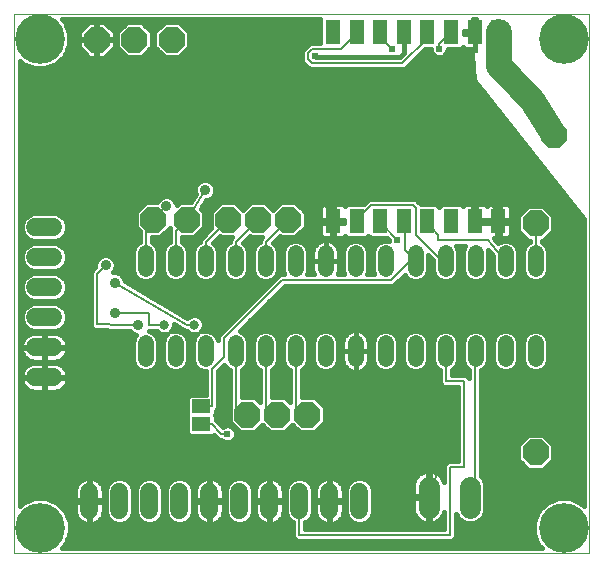
<source format=gtl>
G75*
G70*
%OFA0B0*%
%FSLAX24Y24*%
%IPPOS*%
%LPD*%
%AMOC8*
5,1,8,0,0,1.08239X$1,22.5*
%
%ADD10C,0.0000*%
%ADD11C,0.0705*%
%ADD12R,0.0512X0.0787*%
%ADD13OC8,0.0850*%
%ADD14C,0.0600*%
%ADD15C,0.0520*%
%ADD16R,0.0630X0.0460*%
%ADD17C,0.0160*%
%ADD18C,0.0080*%
%ADD19C,0.0240*%
%ADD20C,0.0356*%
%ADD21C,0.0860*%
%ADD22C,0.1660*%
%ADD23C,0.0317*%
D10*
X000219Y000180D02*
X000219Y018176D01*
X019377Y018176D01*
X019382Y018176D02*
X019382Y000180D01*
X019377Y000180D02*
X000219Y000180D01*
D11*
X014030Y001703D02*
X014030Y002408D01*
X015408Y002408D02*
X015408Y001703D01*
D12*
X015563Y011260D03*
X016350Y011260D03*
X014775Y011260D03*
X013988Y011260D03*
X013201Y011260D03*
X012413Y011260D03*
X011626Y011260D03*
X010838Y011260D03*
X010838Y017560D03*
X011626Y017560D03*
X012413Y017560D03*
X013201Y017560D03*
X013988Y017560D03*
X014775Y017560D03*
X015563Y017560D03*
X016350Y017560D03*
D13*
X018208Y014124D03*
X017594Y011180D03*
X009988Y004805D03*
X008988Y004805D03*
X007988Y004805D03*
X008344Y011305D03*
X007344Y011305D03*
X005969Y011305D03*
X004844Y011305D03*
X009344Y011305D03*
X005469Y017305D03*
X004219Y017305D03*
X002969Y017305D03*
X017594Y003555D03*
D14*
X011719Y002230D02*
X011719Y001630D01*
X010719Y001630D02*
X010719Y002230D01*
X009719Y002230D02*
X009719Y001630D01*
X008719Y001630D02*
X008719Y002230D01*
X007719Y002230D02*
X007719Y001630D01*
X006719Y001630D02*
X006719Y002230D01*
X005719Y002230D02*
X005719Y001630D01*
X004719Y001630D02*
X004719Y002230D01*
X003719Y002230D02*
X003719Y001630D01*
X002719Y001630D02*
X002719Y002230D01*
X001519Y006055D02*
X000919Y006055D01*
X000919Y007055D02*
X001519Y007055D01*
X001519Y008055D02*
X000919Y008055D01*
X000919Y009055D02*
X001519Y009055D01*
X001519Y010055D02*
X000919Y010055D01*
X000919Y011055D02*
X001519Y011055D01*
D15*
X004594Y010190D02*
X004594Y009670D01*
X005594Y009670D02*
X005594Y010190D01*
X006594Y010190D02*
X006594Y009670D01*
X007594Y009670D02*
X007594Y010190D01*
X008594Y010190D02*
X008594Y009670D01*
X009594Y009670D02*
X009594Y010190D01*
X010594Y010190D02*
X010594Y009670D01*
X011594Y009670D02*
X011594Y010190D01*
X012594Y010190D02*
X012594Y009670D01*
X013594Y009670D02*
X013594Y010190D01*
X014594Y010190D02*
X014594Y009670D01*
X015594Y009670D02*
X015594Y010190D01*
X016594Y010190D02*
X016594Y009670D01*
X017594Y009670D02*
X017594Y010190D01*
X017594Y007190D02*
X017594Y006670D01*
X016594Y006670D02*
X016594Y007190D01*
X015594Y007190D02*
X015594Y006670D01*
X014594Y006670D02*
X014594Y007190D01*
X013594Y007190D02*
X013594Y006670D01*
X012594Y006670D02*
X012594Y007190D01*
X011594Y007190D02*
X011594Y006670D01*
X010594Y006670D02*
X010594Y007190D01*
X009594Y007190D02*
X009594Y006670D01*
X008594Y006670D02*
X008594Y007190D01*
X007594Y007190D02*
X007594Y006670D01*
X006594Y006670D02*
X006594Y007190D01*
X005594Y007190D02*
X005594Y006670D01*
X004594Y006670D02*
X004594Y007190D01*
D16*
X006451Y005088D03*
X006451Y004488D03*
D17*
X005976Y004460D02*
X000399Y004460D01*
X000399Y004618D02*
X005976Y004618D01*
X005976Y004777D02*
X000399Y004777D01*
X000399Y004935D02*
X005976Y004935D01*
X005976Y004792D02*
X005979Y004788D01*
X005976Y004785D01*
X005976Y004192D01*
X006069Y004098D01*
X006832Y004098D01*
X006865Y004131D01*
X007027Y003970D01*
X007123Y003970D01*
X007161Y003933D01*
X007264Y003890D01*
X007375Y003890D01*
X007478Y003933D01*
X007557Y004011D01*
X007599Y004114D01*
X007599Y004226D01*
X007557Y004329D01*
X007478Y004407D01*
X007375Y004450D01*
X007264Y004450D01*
X007161Y004407D01*
X007158Y004404D01*
X006942Y004620D01*
X006926Y004637D01*
X006926Y004785D01*
X006922Y004788D01*
X006926Y004792D01*
X006926Y004933D01*
X006973Y004961D01*
X006980Y004988D01*
X007000Y005008D01*
X007000Y005037D01*
X007009Y005047D01*
X007009Y005105D01*
X007023Y005162D01*
X007009Y005185D01*
X007009Y006253D01*
X007014Y006262D01*
X007222Y006470D01*
X007238Y006432D01*
X007356Y006314D01*
X007399Y006296D01*
X007399Y004811D01*
X007398Y004730D01*
X007399Y004729D01*
X007399Y004727D01*
X007403Y004723D01*
X007403Y004563D01*
X007746Y004220D01*
X008230Y004220D01*
X008488Y004478D01*
X008746Y004220D01*
X009230Y004220D01*
X009488Y004478D01*
X009746Y004220D01*
X010230Y004220D01*
X010573Y004563D01*
X010573Y005047D01*
X010230Y005390D01*
X009799Y005390D01*
X009799Y006300D01*
X009832Y006314D01*
X009950Y006432D01*
X010014Y006586D01*
X010014Y007274D01*
X009950Y007428D01*
X009832Y007546D01*
X009678Y007610D01*
X009511Y007610D01*
X009356Y007546D01*
X009238Y007428D01*
X009174Y007274D01*
X009174Y006586D01*
X009238Y006432D01*
X009356Y006314D01*
X009399Y006296D01*
X009399Y005221D01*
X009230Y005390D01*
X008799Y005390D01*
X008799Y006300D01*
X008832Y006314D01*
X008950Y006432D01*
X009014Y006586D01*
X009014Y007274D01*
X008950Y007428D01*
X008832Y007546D01*
X008678Y007610D01*
X008511Y007610D01*
X008356Y007546D01*
X008238Y007428D01*
X008174Y007274D01*
X008174Y006586D01*
X008238Y006432D01*
X008356Y006314D01*
X008399Y006296D01*
X008399Y005221D01*
X008230Y005390D01*
X007799Y005390D01*
X007799Y006300D01*
X007832Y006314D01*
X007950Y006432D01*
X008014Y006586D01*
X008014Y007274D01*
X007950Y007428D01*
X007832Y007546D01*
X007730Y007588D01*
X009232Y009090D01*
X012852Y009090D01*
X013225Y009463D01*
X013238Y009432D01*
X013356Y009314D01*
X013511Y009250D01*
X013678Y009250D01*
X013832Y009314D01*
X013950Y009432D01*
X014014Y009586D01*
X014014Y010122D01*
X014174Y009962D01*
X014174Y009586D01*
X014238Y009432D01*
X014356Y009314D01*
X014511Y009250D01*
X014678Y009250D01*
X014832Y009314D01*
X014950Y009432D01*
X015014Y009586D01*
X015014Y010274D01*
X014954Y010419D01*
X015235Y010419D01*
X015174Y010274D01*
X015174Y009586D01*
X015238Y009432D01*
X015356Y009314D01*
X015511Y009250D01*
X015678Y009250D01*
X015832Y009314D01*
X015950Y009432D01*
X016014Y009586D01*
X016014Y010274D01*
X015998Y010312D01*
X016174Y010107D01*
X016174Y009586D01*
X016238Y009432D01*
X016356Y009314D01*
X016511Y009250D01*
X016678Y009250D01*
X016832Y009314D01*
X016950Y009432D01*
X017014Y009586D01*
X017014Y010274D01*
X016950Y010428D01*
X016832Y010546D01*
X016678Y010610D01*
X016511Y010610D01*
X016356Y010546D01*
X016339Y010529D01*
X016204Y010687D01*
X016302Y010687D01*
X016302Y011212D01*
X016398Y011212D01*
X016398Y010687D01*
X016630Y010687D01*
X016676Y010699D01*
X016717Y010723D01*
X016750Y010756D01*
X016774Y010797D01*
X016786Y010843D01*
X016786Y011212D01*
X016398Y011212D01*
X016398Y011308D01*
X016786Y011308D01*
X016786Y011678D01*
X016774Y011724D01*
X016750Y011765D01*
X016717Y011798D01*
X016676Y011822D01*
X016630Y011834D01*
X016398Y011834D01*
X016398Y011308D01*
X016302Y011308D01*
X016302Y011212D01*
X015999Y011212D01*
X015611Y011212D01*
X015611Y011308D01*
X016302Y011308D01*
X016302Y011834D01*
X016071Y011834D01*
X016025Y011822D01*
X015984Y011798D01*
X015957Y011771D01*
X015929Y011798D01*
X015888Y011822D01*
X015842Y011834D01*
X015611Y011834D01*
X015611Y011308D01*
X015515Y011308D01*
X015515Y011834D01*
X015283Y011834D01*
X015237Y011822D01*
X015196Y011798D01*
X015163Y011765D01*
X015157Y011755D01*
X015098Y011814D01*
X014453Y011814D01*
X014382Y011743D01*
X014310Y011814D01*
X013758Y011814D01*
X013692Y011880D01*
X013592Y011980D01*
X012027Y011980D01*
X011909Y011863D01*
X011861Y011814D01*
X011304Y011814D01*
X011244Y011755D01*
X011238Y011765D01*
X011205Y011798D01*
X011164Y011822D01*
X011118Y011834D01*
X010886Y011834D01*
X010886Y011308D01*
X010791Y011308D01*
X010791Y011212D01*
X010886Y011212D01*
X010886Y010687D01*
X011118Y010687D01*
X011164Y010699D01*
X011205Y010723D01*
X011238Y010756D01*
X011244Y010766D01*
X011304Y010707D01*
X011948Y010707D01*
X012020Y010778D01*
X012091Y010707D01*
X012640Y010707D01*
X012709Y010637D01*
X012709Y010597D01*
X012678Y010610D01*
X012511Y010610D01*
X012356Y010546D01*
X012238Y010428D01*
X012174Y010274D01*
X012174Y009586D01*
X012214Y009490D01*
X011974Y009490D01*
X012014Y009586D01*
X012014Y010274D01*
X011950Y010428D01*
X011832Y010546D01*
X011678Y010610D01*
X011511Y010610D01*
X011356Y010546D01*
X011238Y010428D01*
X011174Y010274D01*
X011174Y009586D01*
X011214Y009490D01*
X010996Y009490D01*
X011002Y009501D01*
X011024Y009567D01*
X011034Y009635D01*
X011034Y009930D01*
X011034Y010225D01*
X011024Y010293D01*
X011002Y010359D01*
X010971Y010421D01*
X010930Y010477D01*
X010881Y010526D01*
X010825Y010566D01*
X010763Y010598D01*
X010697Y010619D01*
X010629Y010630D01*
X010594Y010630D01*
X010560Y010630D01*
X010491Y010619D01*
X010425Y010598D01*
X010364Y010566D01*
X010308Y010526D01*
X010259Y010477D01*
X010218Y010421D01*
X010187Y010359D01*
X010165Y010293D01*
X010154Y010225D01*
X010154Y009930D01*
X010154Y009635D01*
X010165Y009567D01*
X010187Y009501D01*
X010192Y009490D01*
X009974Y009490D01*
X010014Y009586D01*
X010014Y010274D01*
X009950Y010428D01*
X009832Y010546D01*
X009678Y010610D01*
X009511Y010610D01*
X009356Y010546D01*
X009238Y010428D01*
X009174Y010274D01*
X009174Y009586D01*
X009214Y009490D01*
X009067Y009490D01*
X008949Y009373D01*
X007009Y007433D01*
X007009Y007286D01*
X006950Y007428D01*
X006832Y007546D01*
X006678Y007610D01*
X006511Y007610D01*
X006449Y007584D01*
X006489Y007625D01*
X006538Y007742D01*
X006538Y007868D01*
X006489Y007985D01*
X006400Y008075D01*
X006283Y008123D01*
X006156Y008123D01*
X006039Y008075D01*
X005989Y008025D01*
X003906Y009247D01*
X003906Y009281D01*
X003854Y009405D01*
X003759Y009500D01*
X003635Y009551D01*
X003504Y009551D01*
X003544Y009592D01*
X003596Y009716D01*
X003596Y009851D01*
X003544Y009975D01*
X003449Y010070D01*
X003325Y010121D01*
X003191Y010121D01*
X003066Y010070D01*
X002971Y009975D01*
X002920Y009851D01*
X002920Y009728D01*
X002875Y009683D01*
X002758Y009566D01*
X002758Y007825D01*
X002756Y007745D01*
X002758Y007743D01*
X002758Y007741D01*
X002815Y007683D01*
X002871Y007625D01*
X002873Y007625D01*
X002875Y007623D01*
X002956Y007623D01*
X003760Y007607D01*
X003762Y007605D01*
X003842Y007605D01*
X003923Y007603D01*
X003925Y007605D01*
X004062Y007605D01*
X004149Y007518D01*
X004273Y007467D01*
X004277Y007467D01*
X004238Y007428D01*
X004174Y007274D01*
X004174Y006586D01*
X004238Y006432D01*
X004356Y006314D01*
X004511Y006250D01*
X004678Y006250D01*
X004832Y006314D01*
X004950Y006432D01*
X005014Y006586D01*
X005014Y007274D01*
X004950Y007428D01*
X004832Y007546D01*
X004690Y007605D01*
X004969Y007605D01*
X005039Y007535D01*
X005156Y007487D01*
X005283Y007487D01*
X005307Y007497D01*
X005238Y007428D01*
X005174Y007274D01*
X005174Y006586D01*
X005238Y006432D01*
X005356Y006314D01*
X005511Y006250D01*
X005678Y006250D01*
X005832Y006314D01*
X005950Y006432D01*
X006014Y006586D01*
X006014Y007274D01*
X005950Y007428D01*
X005832Y007546D01*
X005678Y007610D01*
X005511Y007610D01*
X005449Y007584D01*
X005489Y007625D01*
X005538Y007742D01*
X005538Y007826D01*
X005846Y007645D01*
X005887Y007605D01*
X005915Y007605D01*
X005940Y007591D01*
X005974Y007600D01*
X006039Y007535D01*
X006156Y007487D01*
X006283Y007487D01*
X006307Y007497D01*
X006238Y007428D01*
X006174Y007274D01*
X006174Y006586D01*
X006238Y006432D01*
X006356Y006314D01*
X006511Y006250D01*
X006599Y006250D01*
X006599Y006247D01*
X006609Y006237D01*
X006609Y005478D01*
X006069Y005478D01*
X005976Y005385D01*
X005976Y004792D01*
X005976Y005094D02*
X000399Y005094D01*
X000399Y005252D02*
X005976Y005252D01*
X006002Y005411D02*
X000399Y005411D01*
X000399Y005569D02*
X006609Y005569D01*
X006609Y005728D02*
X001871Y005728D01*
X001885Y005742D02*
X001930Y005803D01*
X001964Y005871D01*
X001988Y005943D01*
X001999Y006017D01*
X001999Y006035D01*
X001239Y006035D01*
X001239Y005575D01*
X001557Y005575D01*
X001632Y005587D01*
X001704Y005610D01*
X001771Y005644D01*
X001832Y005689D01*
X001885Y005742D01*
X001969Y005886D02*
X006609Y005886D01*
X006609Y006045D02*
X001239Y006045D01*
X001239Y006035D02*
X001239Y006075D01*
X001199Y006075D01*
X001199Y006035D01*
X000439Y006035D01*
X000439Y006017D01*
X000451Y005943D01*
X000475Y005871D01*
X000509Y005803D01*
X000553Y005742D01*
X000607Y005689D01*
X000668Y005644D01*
X000735Y005610D01*
X000807Y005587D01*
X000882Y005575D01*
X001199Y005575D01*
X001199Y006035D01*
X001239Y006035D01*
X001239Y006075D02*
X001999Y006075D01*
X001999Y006093D01*
X001988Y006167D01*
X001964Y006239D01*
X001930Y006307D01*
X001885Y006368D01*
X001832Y006421D01*
X001771Y006466D01*
X001704Y006500D01*
X001632Y006523D01*
X001557Y006535D01*
X001239Y006535D01*
X001239Y006075D01*
X001199Y006075D02*
X001199Y006535D01*
X000882Y006535D01*
X000807Y006523D01*
X000735Y006500D01*
X000668Y006466D01*
X000607Y006421D01*
X000553Y006368D01*
X000509Y006307D01*
X000475Y006239D01*
X000451Y006167D01*
X000439Y006093D01*
X000439Y006075D01*
X001199Y006075D01*
X001199Y006045D02*
X000399Y006045D01*
X000399Y006203D02*
X000463Y006203D01*
X000399Y006362D02*
X000549Y006362D01*
X000399Y006520D02*
X000797Y006520D01*
X000807Y006587D02*
X000882Y006575D01*
X001199Y006575D01*
X001199Y007035D01*
X000439Y007035D01*
X000439Y007017D01*
X000451Y006943D01*
X000475Y006871D01*
X000509Y006803D01*
X000553Y006742D01*
X000607Y006689D01*
X000668Y006644D01*
X000735Y006610D01*
X000807Y006587D01*
X000621Y006679D02*
X000399Y006679D01*
X000399Y006837D02*
X000492Y006837D01*
X000443Y006996D02*
X000399Y006996D01*
X000439Y007075D02*
X001199Y007075D01*
X001199Y007035D01*
X001239Y007035D01*
X001239Y006575D01*
X001557Y006575D01*
X001632Y006587D01*
X001704Y006610D01*
X001771Y006644D01*
X001832Y006689D01*
X001885Y006742D01*
X001930Y006803D01*
X001964Y006871D01*
X001988Y006943D01*
X001999Y007017D01*
X001999Y007035D01*
X001239Y007035D01*
X001239Y007075D01*
X001199Y007075D01*
X001199Y007535D01*
X000882Y007535D01*
X000807Y007523D01*
X000735Y007500D01*
X000668Y007466D01*
X000607Y007421D01*
X000553Y007368D01*
X000509Y007307D01*
X000475Y007239D01*
X000451Y007167D01*
X000439Y007093D01*
X000439Y007075D01*
X000449Y007154D02*
X000399Y007154D01*
X000399Y007313D02*
X000513Y007313D01*
X000399Y007471D02*
X000679Y007471D01*
X000745Y007630D02*
X000399Y007630D01*
X000399Y007788D02*
X000536Y007788D01*
X000529Y007794D02*
X000659Y007665D01*
X000828Y007595D01*
X001611Y007595D01*
X001780Y007665D01*
X001909Y007794D01*
X001979Y007963D01*
X001979Y008146D01*
X001909Y008316D01*
X001780Y008445D01*
X001611Y008515D01*
X000828Y008515D01*
X000659Y008445D01*
X000529Y008316D01*
X000459Y008146D01*
X000459Y007963D01*
X000529Y007794D01*
X000466Y007947D02*
X000399Y007947D01*
X000399Y008105D02*
X000459Y008105D01*
X000508Y008264D02*
X000399Y008264D01*
X000399Y008422D02*
X000636Y008422D01*
X000659Y008665D02*
X000828Y008595D01*
X001611Y008595D01*
X001780Y008665D01*
X001909Y008794D01*
X001979Y008963D01*
X001979Y009146D01*
X001909Y009316D01*
X001780Y009445D01*
X001611Y009515D01*
X000828Y009515D01*
X000659Y009445D01*
X000529Y009316D01*
X000459Y009146D01*
X000459Y008963D01*
X000529Y008794D01*
X000659Y008665D01*
X000585Y008739D02*
X000399Y008739D01*
X000399Y008581D02*
X002758Y008581D01*
X002758Y008739D02*
X001854Y008739D01*
X001952Y008898D02*
X002758Y008898D01*
X002758Y009056D02*
X001979Y009056D01*
X001951Y009215D02*
X002758Y009215D01*
X002758Y009373D02*
X001852Y009373D01*
X001780Y009665D02*
X001611Y009595D01*
X000828Y009595D01*
X000659Y009665D01*
X000529Y009794D01*
X000459Y009963D01*
X000459Y010146D01*
X000529Y010316D01*
X000659Y010445D01*
X000828Y010515D01*
X001611Y010515D01*
X001780Y010445D01*
X001909Y010316D01*
X001979Y010146D01*
X001979Y009963D01*
X001909Y009794D01*
X001780Y009665D01*
X001805Y009690D02*
X002882Y009690D01*
X002920Y009849D02*
X001932Y009849D01*
X001979Y010007D02*
X003003Y010007D01*
X003512Y010007D02*
X004174Y010007D01*
X004174Y009849D02*
X003596Y009849D01*
X003585Y009690D02*
X004174Y009690D01*
X004174Y009586D02*
X004238Y009432D01*
X004356Y009314D01*
X004511Y009250D01*
X004678Y009250D01*
X004832Y009314D01*
X004950Y009432D01*
X005014Y009586D01*
X005014Y010274D01*
X004950Y010428D01*
X004832Y010546D01*
X004799Y010560D01*
X004799Y010720D01*
X005087Y010720D01*
X005407Y011040D01*
X005422Y011025D01*
X005399Y011003D01*
X005399Y010564D01*
X005356Y010546D01*
X005238Y010428D01*
X005174Y010274D01*
X005174Y009586D01*
X005238Y009432D01*
X005356Y009314D01*
X005511Y009250D01*
X005678Y009250D01*
X005832Y009314D01*
X005950Y009432D01*
X006014Y009586D01*
X006014Y010274D01*
X005950Y010428D01*
X005832Y010546D01*
X005799Y010560D01*
X005799Y010720D01*
X006212Y010720D01*
X006554Y011063D01*
X006554Y011547D01*
X006429Y011673D01*
X006601Y011952D01*
X006642Y011952D01*
X006766Y012003D01*
X006861Y012098D01*
X006912Y012223D01*
X006912Y012357D01*
X006861Y012482D01*
X006766Y012577D01*
X006642Y012628D01*
X006507Y012628D01*
X006383Y012577D01*
X006288Y012482D01*
X006236Y012357D01*
X006236Y012223D01*
X006261Y012163D01*
X006092Y011890D01*
X005727Y011890D01*
X005627Y011790D01*
X005627Y011817D01*
X005576Y011942D01*
X005481Y012037D01*
X005357Y012088D01*
X005222Y012088D01*
X005098Y012037D01*
X005003Y011942D01*
X004981Y011890D01*
X004602Y011890D01*
X004259Y011547D01*
X004259Y011063D01*
X004399Y010923D01*
X004399Y010564D01*
X004356Y010546D01*
X004238Y010428D01*
X004174Y010274D01*
X004174Y009586D01*
X004197Y009532D02*
X003683Y009532D01*
X003868Y009373D02*
X004297Y009373D01*
X004232Y009056D02*
X008633Y009056D01*
X008678Y009250D02*
X008511Y009250D01*
X008356Y009314D01*
X008238Y009432D01*
X008174Y009586D01*
X008174Y010274D01*
X008238Y010428D01*
X008356Y010546D01*
X008399Y010564D01*
X008399Y010643D01*
X008477Y010720D01*
X008102Y010720D01*
X008072Y010750D01*
X007850Y010528D01*
X007950Y010428D01*
X008014Y010274D01*
X008014Y009586D01*
X007950Y009432D01*
X007832Y009314D01*
X007678Y009250D01*
X007511Y009250D01*
X007356Y009314D01*
X007238Y009432D01*
X007174Y009586D01*
X007174Y010274D01*
X007238Y010428D01*
X007356Y010546D01*
X007399Y010564D01*
X007399Y010643D01*
X007477Y010720D01*
X007102Y010720D01*
X007072Y010750D01*
X006850Y010528D01*
X006950Y010428D01*
X007014Y010274D01*
X007014Y009586D01*
X006950Y009432D01*
X006832Y009314D01*
X006678Y009250D01*
X006511Y009250D01*
X006356Y009314D01*
X006238Y009432D01*
X006174Y009586D01*
X006174Y010274D01*
X006238Y010428D01*
X006356Y010546D01*
X006399Y010564D01*
X006399Y010643D01*
X006789Y011033D01*
X006759Y011063D01*
X006759Y011547D01*
X007102Y011890D01*
X007587Y011890D01*
X007844Y011632D01*
X008102Y011890D01*
X008587Y011890D01*
X008844Y011632D01*
X009102Y011890D01*
X009587Y011890D01*
X009929Y011547D01*
X009929Y011063D01*
X009587Y010720D01*
X009102Y010720D01*
X009072Y010750D01*
X008850Y010528D01*
X008950Y010428D01*
X009014Y010274D01*
X009014Y009586D01*
X008950Y009432D01*
X008832Y009314D01*
X008678Y009250D01*
X008791Y009215D02*
X003961Y009215D01*
X004502Y008898D02*
X008474Y008898D01*
X008316Y008739D02*
X004772Y008739D01*
X005042Y008581D02*
X008157Y008581D01*
X007999Y008422D02*
X005313Y008422D01*
X005583Y008264D02*
X007840Y008264D01*
X007682Y008105D02*
X006327Y008105D01*
X006112Y008105D02*
X005853Y008105D01*
X005603Y007788D02*
X005538Y007788D01*
X005491Y007630D02*
X005862Y007630D01*
X005907Y007471D02*
X006281Y007471D01*
X006191Y007313D02*
X005998Y007313D01*
X006014Y007154D02*
X006174Y007154D01*
X006174Y006996D02*
X006014Y006996D01*
X006014Y006837D02*
X006174Y006837D01*
X006174Y006679D02*
X006014Y006679D01*
X005987Y006520D02*
X006202Y006520D01*
X006309Y006362D02*
X005880Y006362D01*
X005309Y006362D02*
X004880Y006362D01*
X004987Y006520D02*
X005202Y006520D01*
X005174Y006679D02*
X005014Y006679D01*
X005014Y006837D02*
X005174Y006837D01*
X005174Y006996D02*
X005014Y006996D01*
X005014Y007154D02*
X005174Y007154D01*
X005191Y007313D02*
X004998Y007313D01*
X004907Y007471D02*
X005281Y007471D01*
X004263Y007471D02*
X001760Y007471D01*
X001771Y007466D02*
X001704Y007500D01*
X001632Y007523D01*
X001557Y007535D01*
X001239Y007535D01*
X001239Y007075D01*
X001999Y007075D01*
X001999Y007093D01*
X001988Y007167D01*
X001964Y007239D01*
X001930Y007307D01*
X001885Y007368D01*
X001832Y007421D01*
X001771Y007466D01*
X001694Y007630D02*
X002867Y007630D01*
X002757Y007788D02*
X001903Y007788D01*
X001972Y007947D02*
X002758Y007947D01*
X002758Y008105D02*
X001979Y008105D01*
X001931Y008264D02*
X002758Y008264D01*
X002758Y008422D02*
X001803Y008422D01*
X001239Y007471D02*
X001199Y007471D01*
X001199Y007313D02*
X001239Y007313D01*
X001239Y007154D02*
X001199Y007154D01*
X001199Y006996D02*
X001239Y006996D01*
X001239Y006837D02*
X001199Y006837D01*
X001199Y006679D02*
X001239Y006679D01*
X001239Y006520D02*
X001199Y006520D01*
X001199Y006362D02*
X001239Y006362D01*
X001239Y006203D02*
X001199Y006203D01*
X001199Y005886D02*
X001239Y005886D01*
X001239Y005728D02*
X001199Y005728D01*
X001890Y006362D02*
X004309Y006362D01*
X004202Y006520D02*
X001642Y006520D01*
X001818Y006679D02*
X004174Y006679D01*
X004174Y006837D02*
X001947Y006837D01*
X001996Y006996D02*
X004174Y006996D01*
X004174Y007154D02*
X001990Y007154D01*
X001926Y007313D02*
X004191Y007313D01*
X004891Y009373D02*
X005297Y009373D01*
X005197Y009532D02*
X004992Y009532D01*
X005014Y009690D02*
X005174Y009690D01*
X005174Y009849D02*
X005014Y009849D01*
X005014Y010007D02*
X005174Y010007D01*
X005174Y010166D02*
X005014Y010166D01*
X004993Y010324D02*
X005195Y010324D01*
X005293Y010483D02*
X004896Y010483D01*
X004799Y010641D02*
X005399Y010641D01*
X005399Y010800D02*
X005166Y010800D01*
X005325Y010958D02*
X005399Y010958D01*
X005799Y010641D02*
X006399Y010641D01*
X006293Y010483D02*
X005896Y010483D01*
X005993Y010324D02*
X006195Y010324D01*
X006174Y010166D02*
X006014Y010166D01*
X006014Y010007D02*
X006174Y010007D01*
X006174Y009849D02*
X006014Y009849D01*
X006014Y009690D02*
X006174Y009690D01*
X006197Y009532D02*
X005992Y009532D01*
X005891Y009373D02*
X006297Y009373D01*
X006891Y009373D02*
X007297Y009373D01*
X007197Y009532D02*
X006992Y009532D01*
X007014Y009690D02*
X007174Y009690D01*
X007174Y009849D02*
X007014Y009849D01*
X007014Y010007D02*
X007174Y010007D01*
X007174Y010166D02*
X007014Y010166D01*
X006993Y010324D02*
X007195Y010324D01*
X007293Y010483D02*
X006896Y010483D01*
X006963Y010641D02*
X007399Y010641D01*
X007896Y010483D02*
X008293Y010483D01*
X008195Y010324D02*
X007993Y010324D01*
X008014Y010166D02*
X008174Y010166D01*
X008174Y010007D02*
X008014Y010007D01*
X008014Y009849D02*
X008174Y009849D01*
X008174Y009690D02*
X008014Y009690D01*
X007992Y009532D02*
X008197Y009532D01*
X008297Y009373D02*
X007891Y009373D01*
X008723Y008581D02*
X019202Y008581D01*
X019202Y008739D02*
X008881Y008739D01*
X009040Y008898D02*
X019202Y008898D01*
X019202Y009056D02*
X009198Y009056D01*
X008950Y009373D02*
X008891Y009373D01*
X008992Y009532D02*
X009197Y009532D01*
X009174Y009690D02*
X009014Y009690D01*
X009014Y009849D02*
X009174Y009849D01*
X009174Y010007D02*
X009014Y010007D01*
X009014Y010166D02*
X009174Y010166D01*
X009195Y010324D02*
X008993Y010324D01*
X008896Y010483D02*
X009293Y010483D01*
X008963Y010641D02*
X012706Y010641D01*
X012293Y010483D02*
X011896Y010483D01*
X011993Y010324D02*
X012195Y010324D01*
X012174Y010166D02*
X012014Y010166D01*
X012014Y010007D02*
X012174Y010007D01*
X012174Y009849D02*
X012014Y009849D01*
X012014Y009690D02*
X012174Y009690D01*
X012197Y009532D02*
X011992Y009532D01*
X011197Y009532D02*
X011012Y009532D01*
X011034Y009690D02*
X011174Y009690D01*
X011174Y009849D02*
X011034Y009849D01*
X011034Y009930D02*
X010594Y009930D01*
X010154Y009930D01*
X010594Y009930D01*
X010594Y009930D01*
X010594Y010630D01*
X010594Y009930D01*
X010594Y009930D01*
X011034Y009930D01*
X011034Y010007D02*
X011174Y010007D01*
X011174Y010166D02*
X011034Y010166D01*
X011013Y010324D02*
X011195Y010324D01*
X011293Y010483D02*
X010924Y010483D01*
X010791Y010687D02*
X010559Y010687D01*
X010513Y010699D01*
X010472Y010723D01*
X010439Y010756D01*
X010415Y010797D01*
X010403Y010843D01*
X010403Y011212D01*
X010791Y011212D01*
X010791Y010687D01*
X010791Y010800D02*
X010886Y010800D01*
X010886Y010958D02*
X010791Y010958D01*
X010791Y011117D02*
X010886Y011117D01*
X010886Y011212D02*
X011210Y011212D01*
X011210Y011308D01*
X010886Y011308D01*
X010886Y011212D01*
X010886Y011275D02*
X011210Y011275D01*
X010886Y011434D02*
X010791Y011434D01*
X010791Y011308D02*
X010791Y011834D01*
X010559Y011834D01*
X010513Y011822D01*
X010472Y011798D01*
X010439Y011765D01*
X010415Y011724D01*
X010403Y011678D01*
X010403Y011308D01*
X010791Y011308D01*
X010791Y011275D02*
X009929Y011275D01*
X009929Y011117D02*
X010403Y011117D01*
X010403Y010958D02*
X009825Y010958D01*
X009666Y010800D02*
X010414Y010800D01*
X010265Y010483D02*
X009896Y010483D01*
X009993Y010324D02*
X010175Y010324D01*
X010154Y010166D02*
X010014Y010166D01*
X010014Y010007D02*
X010154Y010007D01*
X010154Y009849D02*
X010014Y009849D01*
X010014Y009690D02*
X010154Y009690D01*
X010177Y009532D02*
X009992Y009532D01*
X010594Y009930D02*
X010594Y009930D01*
X010594Y010007D02*
X010594Y010007D01*
X010594Y010166D02*
X010594Y010166D01*
X010594Y010324D02*
X010594Y010324D01*
X010594Y010483D02*
X010594Y010483D01*
X010709Y011230D02*
X010629Y011900D01*
X010791Y011751D02*
X010886Y011751D01*
X010886Y011592D02*
X010791Y011592D01*
X010430Y011751D02*
X009726Y011751D01*
X009885Y011592D02*
X010403Y011592D01*
X010403Y011434D02*
X009929Y011434D01*
X008963Y011751D02*
X008726Y011751D01*
X007963Y011751D02*
X007726Y011751D01*
X006963Y011751D02*
X006476Y011751D01*
X006510Y011592D02*
X006804Y011592D01*
X006759Y011434D02*
X006554Y011434D01*
X006554Y011275D02*
X006759Y011275D01*
X006759Y011117D02*
X006554Y011117D01*
X006450Y010958D02*
X006715Y010958D01*
X006556Y010800D02*
X006291Y010800D01*
X006104Y011909D02*
X005589Y011909D01*
X005406Y012068D02*
X006202Y012068D01*
X006236Y012226D02*
X000399Y012226D01*
X000399Y012068D02*
X005172Y012068D01*
X004989Y011909D02*
X000399Y011909D01*
X000399Y011751D02*
X004463Y011751D01*
X004304Y011592D02*
X000399Y011592D01*
X000399Y011434D02*
X000647Y011434D01*
X000659Y011445D02*
X000529Y011316D01*
X000459Y011146D01*
X000459Y010963D01*
X000529Y010794D01*
X000659Y010665D01*
X000828Y010595D01*
X001611Y010595D01*
X001780Y010665D01*
X001909Y010794D01*
X001979Y010963D01*
X001979Y011146D01*
X001909Y011316D01*
X001780Y011445D01*
X001611Y011515D01*
X000828Y011515D01*
X000659Y011445D01*
X000513Y011275D02*
X000399Y011275D01*
X000399Y011117D02*
X000459Y011117D01*
X000462Y010958D02*
X000399Y010958D01*
X000399Y010800D02*
X000527Y010800D01*
X000399Y010641D02*
X000717Y010641D01*
X000749Y010483D02*
X000399Y010483D01*
X000399Y010324D02*
X000538Y010324D01*
X000467Y010166D02*
X000399Y010166D01*
X000399Y010007D02*
X000459Y010007D01*
X000507Y009849D02*
X000399Y009849D01*
X000399Y009690D02*
X000634Y009690D01*
X000399Y009532D02*
X002758Y009532D01*
X001971Y010166D02*
X004174Y010166D01*
X004195Y010324D02*
X001901Y010324D01*
X001689Y010483D02*
X004293Y010483D01*
X004399Y010641D02*
X001722Y010641D01*
X001911Y010800D02*
X004399Y010800D01*
X004364Y010958D02*
X001977Y010958D01*
X001979Y011117D02*
X004259Y011117D01*
X004259Y011275D02*
X001926Y011275D01*
X001791Y011434D02*
X004259Y011434D01*
X006248Y012385D02*
X000399Y012385D01*
X000399Y012543D02*
X006349Y012543D01*
X006800Y012543D02*
X018238Y012543D01*
X018363Y012385D02*
X006901Y012385D01*
X006912Y012226D02*
X018488Y012226D01*
X018613Y012068D02*
X006830Y012068D01*
X006574Y011909D02*
X011956Y011909D01*
X013663Y011909D02*
X018738Y011909D01*
X018864Y011751D02*
X017851Y011751D01*
X017837Y011765D02*
X017352Y011765D01*
X017009Y011422D01*
X017009Y010938D01*
X017352Y010595D01*
X017399Y010595D01*
X017399Y010564D01*
X017356Y010546D01*
X017238Y010428D01*
X017174Y010274D01*
X017174Y009586D01*
X017238Y009432D01*
X017356Y009314D01*
X017511Y009250D01*
X017678Y009250D01*
X017832Y009314D01*
X017950Y009432D01*
X018014Y009586D01*
X018014Y010274D01*
X017950Y010428D01*
X017832Y010546D01*
X017799Y010560D01*
X017799Y010595D01*
X017837Y010595D01*
X018179Y010938D01*
X018179Y011422D01*
X017837Y011765D01*
X018010Y011592D02*
X018989Y011592D01*
X019114Y011434D02*
X018168Y011434D01*
X018179Y011275D02*
X019202Y011275D01*
X019202Y011322D02*
X019202Y001755D01*
X019088Y001869D01*
X018724Y002020D01*
X018330Y002020D01*
X017966Y001869D01*
X017688Y001591D01*
X017537Y001227D01*
X017537Y000833D01*
X017688Y000469D01*
X017797Y000360D01*
X001799Y000360D01*
X001909Y000469D01*
X002059Y000833D01*
X002059Y001227D01*
X001909Y001591D01*
X001630Y001869D01*
X001266Y002020D01*
X000872Y002020D01*
X000509Y001869D01*
X000399Y001760D01*
X000399Y016600D01*
X000499Y016501D01*
X000862Y016350D01*
X001256Y016350D01*
X001620Y016501D01*
X001899Y016779D01*
X002049Y017143D01*
X002049Y017537D01*
X001899Y017901D01*
X001803Y017996D01*
X010423Y017996D01*
X010423Y017200D01*
X010067Y017200D01*
X009927Y017060D01*
X009809Y016943D01*
X009809Y016577D01*
X009949Y016437D01*
X010067Y016320D01*
X013232Y016320D01*
X013918Y017006D01*
X014099Y017006D01*
X014099Y016954D01*
X014142Y016851D01*
X014221Y016773D01*
X014324Y016730D01*
X014435Y016730D01*
X014538Y016773D01*
X014617Y016851D01*
X014659Y016954D01*
X014659Y017006D01*
X015098Y017006D01*
X015157Y017065D01*
X015163Y017055D01*
X015196Y017022D01*
X015237Y016998D01*
X015283Y016986D01*
X015495Y016986D01*
X015475Y016814D01*
X015524Y015977D01*
X019202Y011322D01*
X019202Y011117D02*
X018179Y011117D01*
X018179Y010958D02*
X019202Y010958D01*
X019202Y010800D02*
X018041Y010800D01*
X017883Y010641D02*
X019202Y010641D01*
X019202Y010483D02*
X017896Y010483D01*
X017993Y010324D02*
X019202Y010324D01*
X019202Y010166D02*
X018014Y010166D01*
X018014Y010007D02*
X019202Y010007D01*
X019202Y009849D02*
X018014Y009849D01*
X018014Y009690D02*
X019202Y009690D01*
X019202Y009532D02*
X017992Y009532D01*
X017891Y009373D02*
X019202Y009373D01*
X019202Y009215D02*
X012977Y009215D01*
X013135Y009373D02*
X013297Y009373D01*
X013891Y009373D02*
X014297Y009373D01*
X014197Y009532D02*
X013992Y009532D01*
X014014Y009690D02*
X014174Y009690D01*
X014174Y009849D02*
X014014Y009849D01*
X014014Y010007D02*
X014130Y010007D01*
X014891Y009373D02*
X015297Y009373D01*
X015197Y009532D02*
X014992Y009532D01*
X015014Y009690D02*
X015174Y009690D01*
X015174Y009849D02*
X015014Y009849D01*
X015014Y010007D02*
X015174Y010007D01*
X015174Y010166D02*
X015014Y010166D01*
X014993Y010324D02*
X015195Y010324D01*
X016014Y010166D02*
X016124Y010166D01*
X016174Y010007D02*
X016014Y010007D01*
X016014Y009849D02*
X016174Y009849D01*
X016174Y009690D02*
X016014Y009690D01*
X015992Y009532D02*
X016197Y009532D01*
X016297Y009373D02*
X015891Y009373D01*
X016891Y009373D02*
X017297Y009373D01*
X017197Y009532D02*
X016992Y009532D01*
X017014Y009690D02*
X017174Y009690D01*
X017174Y009849D02*
X017014Y009849D01*
X017014Y010007D02*
X017174Y010007D01*
X017174Y010166D02*
X017014Y010166D01*
X016993Y010324D02*
X017195Y010324D01*
X017293Y010483D02*
X016896Y010483D01*
X016775Y010800D02*
X017148Y010800D01*
X017009Y010958D02*
X016786Y010958D01*
X016786Y011117D02*
X017009Y011117D01*
X017009Y011275D02*
X016398Y011275D01*
X016389Y011260D02*
X016184Y011885D01*
X016302Y011751D02*
X016398Y011751D01*
X016398Y011592D02*
X016302Y011592D01*
X016302Y011434D02*
X016398Y011434D01*
X016349Y011260D02*
X015569Y011260D01*
X015611Y011275D02*
X016302Y011275D01*
X016302Y011117D02*
X016398Y011117D01*
X016398Y010958D02*
X016302Y010958D01*
X016302Y010800D02*
X016398Y010800D01*
X016243Y010641D02*
X017306Y010641D01*
X017021Y011434D02*
X016786Y011434D01*
X016786Y011592D02*
X017179Y011592D01*
X017338Y011751D02*
X016758Y011751D01*
X015611Y011751D02*
X015515Y011751D01*
X015515Y011592D02*
X015611Y011592D01*
X015611Y011434D02*
X015515Y011434D01*
X014390Y011751D02*
X014374Y011751D01*
X016985Y014128D02*
X000399Y014128D01*
X000399Y013970D02*
X017111Y013970D01*
X017236Y013811D02*
X000399Y013811D01*
X000399Y013653D02*
X017361Y013653D01*
X017486Y013494D02*
X000399Y013494D01*
X000399Y013336D02*
X017611Y013336D01*
X017737Y013177D02*
X000399Y013177D01*
X000399Y013019D02*
X017862Y013019D01*
X017987Y012860D02*
X000399Y012860D01*
X000399Y012702D02*
X018112Y012702D01*
X016860Y014287D02*
X000399Y014287D01*
X000399Y014445D02*
X016735Y014445D01*
X016610Y014604D02*
X000399Y014604D01*
X000399Y014762D02*
X016485Y014762D01*
X016359Y014921D02*
X000399Y014921D01*
X000399Y015079D02*
X016234Y015079D01*
X016109Y015238D02*
X000399Y015238D01*
X000399Y015396D02*
X015984Y015396D01*
X015858Y015555D02*
X000399Y015555D01*
X000399Y015713D02*
X015733Y015713D01*
X015608Y015872D02*
X000399Y015872D01*
X000399Y016030D02*
X015521Y016030D01*
X015512Y016189D02*
X000399Y016189D01*
X000399Y016347D02*
X010040Y016347D01*
X009881Y016506D02*
X001625Y016506D01*
X001783Y016664D02*
X009809Y016664D01*
X009809Y016823D02*
X005814Y016823D01*
X005712Y016720D02*
X006054Y017063D01*
X006054Y017547D01*
X005712Y017890D01*
X005227Y017890D01*
X004884Y017547D01*
X004884Y017063D01*
X005227Y016720D01*
X005712Y016720D01*
X005973Y016981D02*
X009848Y016981D01*
X010006Y017140D02*
X006054Y017140D01*
X006054Y017298D02*
X010423Y017298D01*
X010423Y017457D02*
X006054Y017457D01*
X005987Y017615D02*
X010423Y017615D01*
X010423Y017774D02*
X005828Y017774D01*
X005111Y017774D02*
X004578Y017774D01*
X004462Y017890D02*
X003977Y017890D01*
X003634Y017547D01*
X003634Y017063D01*
X003977Y016720D01*
X004462Y016720D01*
X004804Y017063D01*
X004804Y017547D01*
X004462Y017890D01*
X004737Y017615D02*
X004952Y017615D01*
X004884Y017457D02*
X004804Y017457D01*
X004804Y017298D02*
X004884Y017298D01*
X004884Y017140D02*
X004804Y017140D01*
X004723Y016981D02*
X004966Y016981D01*
X005125Y016823D02*
X004564Y016823D01*
X003875Y016823D02*
X003342Y016823D01*
X003220Y016700D02*
X003574Y017054D01*
X003574Y017285D01*
X002989Y017285D01*
X002989Y016700D01*
X003220Y016700D01*
X002989Y016823D02*
X002949Y016823D01*
X002949Y016700D02*
X002949Y017285D01*
X002364Y017285D01*
X002364Y017054D01*
X002719Y016700D01*
X002949Y016700D01*
X002949Y016981D02*
X002989Y016981D01*
X002989Y017140D02*
X002949Y017140D01*
X002949Y017285D02*
X002989Y017285D01*
X002989Y017325D01*
X002949Y017325D01*
X002949Y017285D01*
X002949Y017298D02*
X002049Y017298D01*
X002048Y017140D02*
X002364Y017140D01*
X002438Y016981D02*
X001982Y016981D01*
X001917Y016823D02*
X002596Y016823D01*
X002989Y017298D02*
X003634Y017298D01*
X003574Y017325D02*
X003574Y017556D01*
X003220Y017910D01*
X002989Y017910D01*
X002989Y017325D01*
X003574Y017325D01*
X003574Y017457D02*
X003634Y017457D01*
X003702Y017615D02*
X003515Y017615D01*
X003356Y017774D02*
X003861Y017774D01*
X003634Y017140D02*
X003574Y017140D01*
X003501Y016981D02*
X003716Y016981D01*
X002949Y017325D02*
X002949Y017910D01*
X002719Y017910D01*
X002364Y017556D01*
X002364Y017325D01*
X002949Y017325D01*
X002949Y017457D02*
X002989Y017457D01*
X002989Y017615D02*
X002949Y017615D01*
X002949Y017774D02*
X002989Y017774D01*
X002582Y017774D02*
X001951Y017774D01*
X002017Y017615D02*
X002424Y017615D01*
X002364Y017457D02*
X002049Y017457D01*
X001867Y017932D02*
X010423Y017932D01*
X010289Y016720D02*
X013059Y016720D01*
X013199Y016860D01*
X013199Y017550D01*
X013893Y016981D02*
X014099Y016981D01*
X014171Y016823D02*
X013735Y016823D01*
X013576Y016664D02*
X015484Y016664D01*
X015476Y016823D02*
X014588Y016823D01*
X014659Y016981D02*
X015495Y016981D01*
X015569Y016960D02*
X015569Y017520D01*
X015515Y017512D02*
X015191Y017512D01*
X015191Y017608D01*
X015515Y017608D01*
X015515Y017996D01*
X015611Y017996D01*
X015611Y017989D01*
X015567Y017608D01*
X015515Y017608D01*
X015515Y017512D01*
X015515Y017615D02*
X015568Y017615D01*
X015586Y017774D02*
X015515Y017774D01*
X015515Y017932D02*
X015604Y017932D01*
X015493Y016506D02*
X013418Y016506D01*
X013259Y016347D02*
X015503Y016347D01*
X008399Y010641D02*
X007963Y010641D01*
X008564Y008422D02*
X019202Y008422D01*
X019202Y008264D02*
X008406Y008264D01*
X008247Y008105D02*
X019202Y008105D01*
X019202Y007947D02*
X008089Y007947D01*
X007930Y007788D02*
X019202Y007788D01*
X019202Y007630D02*
X011632Y007630D01*
X011629Y007630D02*
X011697Y007619D01*
X011763Y007598D01*
X011825Y007566D01*
X011881Y007526D01*
X011930Y007477D01*
X011971Y007421D01*
X012002Y007359D01*
X012024Y007293D01*
X012034Y007225D01*
X012034Y006930D01*
X011594Y006930D01*
X011154Y006930D01*
X011154Y006635D01*
X011165Y006567D01*
X011187Y006501D01*
X011218Y006439D01*
X011259Y006383D01*
X011308Y006334D01*
X011364Y006294D01*
X011425Y006262D01*
X011491Y006241D01*
X011560Y006230D01*
X011594Y006230D01*
X011594Y006930D01*
X011594Y006930D01*
X011154Y006930D01*
X011154Y007225D01*
X011165Y007293D01*
X011187Y007359D01*
X011218Y007421D01*
X011259Y007477D01*
X011308Y007526D01*
X011364Y007566D01*
X011425Y007598D01*
X011491Y007619D01*
X011560Y007630D01*
X011594Y007630D01*
X011594Y006930D01*
X011594Y006930D01*
X011594Y006930D01*
X011594Y006230D01*
X011629Y006230D01*
X011697Y006241D01*
X011763Y006262D01*
X011825Y006294D01*
X011881Y006334D01*
X011930Y006383D01*
X011971Y006439D01*
X012002Y006501D01*
X012024Y006567D01*
X012034Y006635D01*
X012034Y006930D01*
X011594Y006930D01*
X011594Y007630D01*
X011629Y007630D01*
X011594Y007630D02*
X011594Y007630D01*
X011557Y007630D02*
X007772Y007630D01*
X007907Y007471D02*
X008281Y007471D01*
X008191Y007313D02*
X007998Y007313D01*
X008014Y007154D02*
X008174Y007154D01*
X008174Y006996D02*
X008014Y006996D01*
X008014Y006837D02*
X008174Y006837D01*
X008174Y006679D02*
X008014Y006679D01*
X007987Y006520D02*
X008202Y006520D01*
X008309Y006362D02*
X007880Y006362D01*
X007799Y006203D02*
X008399Y006203D01*
X008399Y006045D02*
X007799Y006045D01*
X007799Y005886D02*
X008399Y005886D01*
X008399Y005728D02*
X007799Y005728D01*
X007799Y005569D02*
X008399Y005569D01*
X008399Y005411D02*
X007799Y005411D01*
X007399Y005411D02*
X007009Y005411D01*
X007009Y005569D02*
X007399Y005569D01*
X007399Y005728D02*
X007009Y005728D01*
X007009Y005886D02*
X007399Y005886D01*
X007399Y006045D02*
X007009Y006045D01*
X007009Y006203D02*
X007399Y006203D01*
X007309Y006362D02*
X007114Y006362D01*
X006609Y006203D02*
X001976Y006203D01*
X000568Y005728D02*
X000399Y005728D01*
X000399Y005886D02*
X000470Y005886D01*
X000399Y004301D02*
X005976Y004301D01*
X006025Y004143D02*
X000399Y004143D01*
X000399Y003984D02*
X007013Y003984D01*
X007103Y004460D02*
X007506Y004460D01*
X007568Y004301D02*
X007665Y004301D01*
X007599Y004143D02*
X015019Y004143D01*
X015019Y004301D02*
X010311Y004301D01*
X010470Y004460D02*
X015019Y004460D01*
X015019Y004618D02*
X010573Y004618D01*
X010573Y004777D02*
X015019Y004777D01*
X015019Y004935D02*
X010573Y004935D01*
X010527Y005094D02*
X015019Y005094D01*
X015019Y005252D02*
X010368Y005252D01*
X009799Y005411D02*
X015019Y005411D01*
X015019Y005569D02*
X009799Y005569D01*
X009799Y005728D02*
X015019Y005728D01*
X015019Y005730D02*
X015019Y003255D01*
X014659Y003255D01*
X014542Y003138D01*
X014542Y002556D01*
X014524Y002612D01*
X014486Y002687D01*
X014437Y002754D01*
X014377Y002814D01*
X014309Y002863D01*
X014235Y002901D01*
X014155Y002927D01*
X014072Y002940D01*
X014068Y002940D01*
X014068Y002093D01*
X013993Y002093D01*
X013993Y002940D01*
X013988Y002940D01*
X013906Y002927D01*
X013826Y002901D01*
X013751Y002863D01*
X013683Y002814D01*
X013624Y002754D01*
X013575Y002687D01*
X013537Y002612D01*
X013511Y002532D01*
X013498Y002449D01*
X013498Y002093D01*
X013993Y002093D01*
X013993Y002017D01*
X014068Y002017D01*
X014068Y001170D01*
X014072Y001170D01*
X014155Y001183D01*
X014235Y001209D01*
X014309Y001247D01*
X014377Y001296D01*
X014437Y001356D01*
X014486Y001423D01*
X014524Y001498D01*
X014542Y001554D01*
X014542Y001005D01*
X009919Y001005D01*
X009919Y001215D01*
X009980Y001240D01*
X010109Y001369D01*
X010179Y001538D01*
X010179Y002321D01*
X010109Y002491D01*
X009980Y002620D01*
X009811Y002690D01*
X009628Y002690D01*
X009459Y002620D01*
X009329Y002491D01*
X009259Y002321D01*
X009259Y001538D01*
X009329Y001369D01*
X009459Y001240D01*
X009519Y001215D01*
X009519Y000722D01*
X009637Y000605D01*
X014825Y000605D01*
X014942Y000722D01*
X014942Y001489D01*
X014974Y001412D01*
X015118Y001268D01*
X015306Y001190D01*
X015510Y001190D01*
X015699Y001268D01*
X015843Y001412D01*
X015921Y001601D01*
X015921Y002509D01*
X015843Y002698D01*
X015789Y002751D01*
X015789Y006296D01*
X015832Y006314D01*
X015950Y006432D01*
X016014Y006586D01*
X016014Y007274D01*
X015950Y007428D01*
X015832Y007546D01*
X015678Y007610D01*
X015511Y007610D01*
X015356Y007546D01*
X015238Y007428D01*
X015174Y007274D01*
X015174Y006586D01*
X015238Y006432D01*
X015356Y006314D01*
X015389Y006300D01*
X015389Y006043D01*
X015302Y006130D01*
X014794Y006130D01*
X014794Y006298D01*
X014832Y006314D01*
X014950Y006432D01*
X015014Y006586D01*
X015014Y007274D01*
X014950Y007428D01*
X014832Y007546D01*
X014678Y007610D01*
X014511Y007610D01*
X014356Y007546D01*
X014238Y007428D01*
X014174Y007274D01*
X014174Y006586D01*
X014238Y006432D01*
X014356Y006314D01*
X014394Y006298D01*
X014394Y005847D01*
X014512Y005730D01*
X015019Y005730D01*
X015388Y006045D02*
X015389Y006045D01*
X015389Y006203D02*
X014794Y006203D01*
X014880Y006362D02*
X015309Y006362D01*
X015202Y006520D02*
X014987Y006520D01*
X015014Y006679D02*
X015174Y006679D01*
X015174Y006837D02*
X015014Y006837D01*
X015014Y006996D02*
X015174Y006996D01*
X015174Y007154D02*
X015014Y007154D01*
X014998Y007313D02*
X015191Y007313D01*
X015281Y007471D02*
X014907Y007471D01*
X014281Y007471D02*
X013907Y007471D01*
X013950Y007428D02*
X013832Y007546D01*
X013678Y007610D01*
X013511Y007610D01*
X013356Y007546D01*
X013238Y007428D01*
X013174Y007274D01*
X013174Y006586D01*
X013238Y006432D01*
X013356Y006314D01*
X013511Y006250D01*
X013678Y006250D01*
X013832Y006314D01*
X013950Y006432D01*
X014014Y006586D01*
X014014Y007274D01*
X013950Y007428D01*
X013998Y007313D02*
X014191Y007313D01*
X014174Y007154D02*
X014014Y007154D01*
X014014Y006996D02*
X014174Y006996D01*
X014174Y006837D02*
X014014Y006837D01*
X014014Y006679D02*
X014174Y006679D01*
X014202Y006520D02*
X013987Y006520D01*
X013880Y006362D02*
X014309Y006362D01*
X014394Y006203D02*
X009799Y006203D01*
X009799Y006045D02*
X014394Y006045D01*
X014394Y005886D02*
X009799Y005886D01*
X009399Y005886D02*
X008799Y005886D01*
X008799Y005728D02*
X009399Y005728D01*
X009399Y005569D02*
X008799Y005569D01*
X008799Y005411D02*
X009399Y005411D01*
X009399Y005252D02*
X009368Y005252D01*
X009399Y006045D02*
X008799Y006045D01*
X008799Y006203D02*
X009399Y006203D01*
X009309Y006362D02*
X008880Y006362D01*
X008987Y006520D02*
X009202Y006520D01*
X009174Y006679D02*
X009014Y006679D01*
X009014Y006837D02*
X009174Y006837D01*
X009174Y006996D02*
X009014Y006996D01*
X009014Y007154D02*
X009174Y007154D01*
X009191Y007313D02*
X008998Y007313D01*
X008907Y007471D02*
X009281Y007471D01*
X009907Y007471D02*
X010281Y007471D01*
X010238Y007428D02*
X010174Y007274D01*
X010174Y006586D01*
X010238Y006432D01*
X010356Y006314D01*
X010511Y006250D01*
X010678Y006250D01*
X010832Y006314D01*
X010950Y006432D01*
X011014Y006586D01*
X011014Y007274D01*
X010950Y007428D01*
X010832Y007546D01*
X010678Y007610D01*
X010511Y007610D01*
X010356Y007546D01*
X010238Y007428D01*
X010191Y007313D02*
X009998Y007313D01*
X010014Y007154D02*
X010174Y007154D01*
X010174Y006996D02*
X010014Y006996D01*
X010014Y006837D02*
X010174Y006837D01*
X010174Y006679D02*
X010014Y006679D01*
X009987Y006520D02*
X010202Y006520D01*
X010309Y006362D02*
X009880Y006362D01*
X010880Y006362D02*
X011281Y006362D01*
X011180Y006520D02*
X010987Y006520D01*
X011014Y006679D02*
X011154Y006679D01*
X011154Y006837D02*
X011014Y006837D01*
X011014Y006996D02*
X011154Y006996D01*
X011154Y007154D02*
X011014Y007154D01*
X010998Y007313D02*
X011172Y007313D01*
X011255Y007471D02*
X010907Y007471D01*
X011594Y007471D02*
X011594Y007471D01*
X011594Y007313D02*
X011594Y007313D01*
X011594Y007154D02*
X011594Y007154D01*
X011594Y006996D02*
X011594Y006996D01*
X011594Y006930D02*
X011594Y006930D01*
X011594Y006837D02*
X011594Y006837D01*
X011594Y006679D02*
X011594Y006679D01*
X011594Y006520D02*
X011594Y006520D01*
X011594Y006362D02*
X011594Y006362D01*
X011908Y006362D02*
X012309Y006362D01*
X012356Y006314D02*
X012511Y006250D01*
X012678Y006250D01*
X012832Y006314D01*
X012950Y006432D01*
X013014Y006586D01*
X013014Y007274D01*
X012950Y007428D01*
X012832Y007546D01*
X012678Y007610D01*
X012511Y007610D01*
X012356Y007546D01*
X012238Y007428D01*
X012174Y007274D01*
X012174Y006586D01*
X012238Y006432D01*
X012356Y006314D01*
X012202Y006520D02*
X012008Y006520D01*
X012034Y006679D02*
X012174Y006679D01*
X012174Y006837D02*
X012034Y006837D01*
X012034Y006996D02*
X012174Y006996D01*
X012174Y007154D02*
X012034Y007154D01*
X012017Y007313D02*
X012191Y007313D01*
X012281Y007471D02*
X011934Y007471D01*
X012907Y007471D02*
X013281Y007471D01*
X013191Y007313D02*
X012998Y007313D01*
X013014Y007154D02*
X013174Y007154D01*
X013174Y006996D02*
X013014Y006996D01*
X013014Y006837D02*
X013174Y006837D01*
X013174Y006679D02*
X013014Y006679D01*
X012987Y006520D02*
X013202Y006520D01*
X013309Y006362D02*
X012880Y006362D01*
X015019Y003984D02*
X007529Y003984D01*
X007403Y004618D02*
X006944Y004618D01*
X006926Y004777D02*
X007399Y004777D01*
X007399Y004935D02*
X006930Y004935D01*
X007009Y005094D02*
X007399Y005094D01*
X007399Y005252D02*
X007009Y005252D01*
X008368Y005252D02*
X008399Y005252D01*
X008470Y004460D02*
X008506Y004460D01*
X008665Y004301D02*
X008311Y004301D01*
X009311Y004301D02*
X009665Y004301D01*
X009506Y004460D02*
X009470Y004460D01*
X008904Y002675D02*
X008832Y002698D01*
X008757Y002710D01*
X008739Y002710D01*
X008739Y001950D01*
X008699Y001950D01*
X008699Y001910D01*
X008239Y001910D01*
X008239Y001592D01*
X008251Y001518D01*
X008275Y001446D01*
X008309Y001378D01*
X008353Y001317D01*
X008407Y001264D01*
X008468Y001219D01*
X008535Y001185D01*
X008607Y001162D01*
X008682Y001150D01*
X008699Y001150D01*
X008699Y001910D01*
X008739Y001910D01*
X008739Y001150D01*
X008757Y001150D01*
X008832Y001162D01*
X008904Y001185D01*
X008971Y001219D01*
X009032Y001264D01*
X009085Y001317D01*
X009130Y001378D01*
X009164Y001446D01*
X009188Y001518D01*
X009199Y001592D01*
X009199Y001910D01*
X008739Y001910D01*
X008739Y001950D01*
X009199Y001950D01*
X009199Y002268D01*
X009188Y002342D01*
X009164Y002414D01*
X009130Y002482D01*
X009085Y002543D01*
X009032Y002596D01*
X008971Y002641D01*
X008904Y002675D01*
X008739Y002558D02*
X008699Y002558D01*
X008699Y002710D02*
X008682Y002710D01*
X008607Y002698D01*
X008535Y002675D01*
X008468Y002641D01*
X008407Y002596D01*
X008353Y002543D01*
X008309Y002482D01*
X008275Y002414D01*
X008251Y002342D01*
X008239Y002268D01*
X008239Y001950D01*
X008699Y001950D01*
X008699Y002710D01*
X008699Y002399D02*
X008739Y002399D01*
X008739Y002241D02*
X008699Y002241D01*
X008699Y002082D02*
X008739Y002082D01*
X008739Y001924D02*
X009259Y001924D01*
X009259Y002082D02*
X009199Y002082D01*
X009199Y002241D02*
X009259Y002241D01*
X009291Y002399D02*
X009169Y002399D01*
X009071Y002558D02*
X009396Y002558D01*
X008699Y001924D02*
X008179Y001924D01*
X008179Y002082D02*
X008239Y002082D01*
X008239Y002241D02*
X008179Y002241D01*
X008179Y002321D02*
X008109Y002491D01*
X007980Y002620D01*
X007811Y002690D01*
X007628Y002690D01*
X007459Y002620D01*
X007329Y002491D01*
X007259Y002321D01*
X007259Y001538D01*
X007329Y001369D01*
X007459Y001240D01*
X007628Y001170D01*
X007811Y001170D01*
X007980Y001240D01*
X008109Y001369D01*
X008179Y001538D01*
X008179Y002321D01*
X008147Y002399D02*
X008270Y002399D01*
X008368Y002558D02*
X008042Y002558D01*
X007396Y002558D02*
X007071Y002558D01*
X007085Y002543D02*
X007032Y002596D01*
X006971Y002641D01*
X006904Y002675D01*
X006832Y002698D01*
X006757Y002710D01*
X006739Y002710D01*
X006739Y001950D01*
X006699Y001950D01*
X006699Y001910D01*
X006239Y001910D01*
X006239Y001592D01*
X006251Y001518D01*
X006275Y001446D01*
X006309Y001378D01*
X006353Y001317D01*
X006407Y001264D01*
X006468Y001219D01*
X006535Y001185D01*
X006607Y001162D01*
X006682Y001150D01*
X006699Y001150D01*
X006699Y001910D01*
X006739Y001910D01*
X006739Y001150D01*
X006757Y001150D01*
X006832Y001162D01*
X006904Y001185D01*
X006971Y001219D01*
X007032Y001264D01*
X007085Y001317D01*
X007130Y001378D01*
X007164Y001446D01*
X007188Y001518D01*
X007199Y001592D01*
X007199Y001910D01*
X006739Y001910D01*
X006739Y001950D01*
X007199Y001950D01*
X007199Y002268D01*
X007188Y002342D01*
X007164Y002414D01*
X007130Y002482D01*
X007085Y002543D01*
X007169Y002399D02*
X007291Y002399D01*
X007259Y002241D02*
X007199Y002241D01*
X007199Y002082D02*
X007259Y002082D01*
X007259Y001924D02*
X006739Y001924D01*
X006699Y001924D02*
X006179Y001924D01*
X006239Y001950D02*
X006699Y001950D01*
X006699Y002710D01*
X006682Y002710D01*
X006607Y002698D01*
X006535Y002675D01*
X006468Y002641D01*
X006407Y002596D01*
X006353Y002543D01*
X006309Y002482D01*
X006275Y002414D01*
X006251Y002342D01*
X006239Y002268D01*
X006239Y001950D01*
X006239Y002082D02*
X006179Y002082D01*
X006179Y002241D02*
X006239Y002241D01*
X006179Y002321D02*
X006109Y002491D01*
X005980Y002620D01*
X005811Y002690D01*
X005628Y002690D01*
X005459Y002620D01*
X005329Y002491D01*
X005259Y002321D01*
X005259Y001538D01*
X005329Y001369D01*
X005459Y001240D01*
X005628Y001170D01*
X005811Y001170D01*
X005980Y001240D01*
X006109Y001369D01*
X006179Y001538D01*
X006179Y002321D01*
X006147Y002399D02*
X006270Y002399D01*
X006368Y002558D02*
X006042Y002558D01*
X005396Y002558D02*
X005042Y002558D01*
X004980Y002620D02*
X004811Y002690D01*
X004628Y002690D01*
X004459Y002620D01*
X004329Y002491D01*
X004259Y002321D01*
X004259Y001538D01*
X004329Y001369D01*
X004459Y001240D01*
X004628Y001170D01*
X004811Y001170D01*
X004980Y001240D01*
X005109Y001369D01*
X005179Y001538D01*
X005179Y002321D01*
X005109Y002491D01*
X004980Y002620D01*
X005147Y002399D02*
X005291Y002399D01*
X005259Y002241D02*
X005179Y002241D01*
X005179Y002082D02*
X005259Y002082D01*
X005259Y001924D02*
X005179Y001924D01*
X005179Y001765D02*
X005259Y001765D01*
X005259Y001607D02*
X005179Y001607D01*
X005142Y001448D02*
X005297Y001448D01*
X005409Y001290D02*
X005029Y001290D01*
X004409Y001290D02*
X004029Y001290D01*
X003980Y001240D02*
X004109Y001369D01*
X004179Y001538D01*
X004179Y002321D01*
X004109Y002491D01*
X003980Y002620D01*
X003811Y002690D01*
X003628Y002690D01*
X003459Y002620D01*
X003329Y002491D01*
X003259Y002321D01*
X003259Y001538D01*
X003329Y001369D01*
X003459Y001240D01*
X003628Y001170D01*
X003811Y001170D01*
X003980Y001240D01*
X004142Y001448D02*
X004297Y001448D01*
X004259Y001607D02*
X004179Y001607D01*
X004179Y001765D02*
X004259Y001765D01*
X004259Y001924D02*
X004179Y001924D01*
X004179Y002082D02*
X004259Y002082D01*
X004259Y002241D02*
X004179Y002241D01*
X004147Y002399D02*
X004291Y002399D01*
X004396Y002558D02*
X004042Y002558D01*
X003396Y002558D02*
X003071Y002558D01*
X003085Y002543D02*
X003032Y002596D01*
X002971Y002641D01*
X002904Y002675D01*
X002832Y002698D01*
X002757Y002710D01*
X002739Y002710D01*
X002739Y001950D01*
X002699Y001950D01*
X002699Y001910D01*
X002239Y001910D01*
X002239Y001592D01*
X002251Y001518D01*
X002275Y001446D01*
X002309Y001378D01*
X002353Y001317D01*
X002407Y001264D01*
X002468Y001219D01*
X002535Y001185D01*
X002607Y001162D01*
X002682Y001150D01*
X002699Y001150D01*
X002699Y001910D01*
X002739Y001910D01*
X002739Y001150D01*
X002757Y001150D01*
X002832Y001162D01*
X002904Y001185D01*
X002971Y001219D01*
X003032Y001264D01*
X003085Y001317D01*
X003130Y001378D01*
X003164Y001446D01*
X003188Y001518D01*
X003199Y001592D01*
X003199Y001910D01*
X002739Y001910D01*
X002739Y001950D01*
X003199Y001950D01*
X003199Y002268D01*
X003188Y002342D01*
X003164Y002414D01*
X003130Y002482D01*
X003085Y002543D01*
X003169Y002399D02*
X003291Y002399D01*
X003259Y002241D02*
X003199Y002241D01*
X003199Y002082D02*
X003259Y002082D01*
X003259Y001924D02*
X002739Y001924D01*
X002699Y001924D02*
X001499Y001924D01*
X001734Y001765D02*
X002239Y001765D01*
X002239Y001607D02*
X001893Y001607D01*
X001968Y001448D02*
X002274Y001448D01*
X002381Y001290D02*
X002033Y001290D01*
X002059Y001131D02*
X009519Y001131D01*
X009519Y000973D02*
X002059Y000973D01*
X002051Y000814D02*
X009519Y000814D01*
X009586Y000656D02*
X001986Y000656D01*
X001920Y000497D02*
X017676Y000497D01*
X017610Y000656D02*
X014875Y000656D01*
X014942Y000814D02*
X017545Y000814D01*
X017537Y000973D02*
X014942Y000973D01*
X014942Y001131D02*
X017537Y001131D01*
X017563Y001290D02*
X015720Y001290D01*
X015858Y001448D02*
X017628Y001448D01*
X017703Y001607D02*
X015921Y001607D01*
X015921Y001765D02*
X017862Y001765D01*
X018097Y001924D02*
X015921Y001924D01*
X015921Y002082D02*
X019202Y002082D01*
X019202Y001924D02*
X018956Y001924D01*
X019192Y001765D02*
X019202Y001765D01*
X019202Y002241D02*
X015921Y002241D01*
X015921Y002399D02*
X019202Y002399D01*
X019202Y002558D02*
X015901Y002558D01*
X015825Y002716D02*
X019202Y002716D01*
X019202Y002875D02*
X015789Y002875D01*
X015789Y003033D02*
X017289Y003033D01*
X017352Y002970D02*
X017837Y002970D01*
X018179Y003313D01*
X018179Y003797D01*
X017837Y004140D01*
X017352Y004140D01*
X017009Y003797D01*
X017009Y003313D01*
X017352Y002970D01*
X017131Y003192D02*
X015789Y003192D01*
X015789Y003350D02*
X017009Y003350D01*
X017009Y003509D02*
X015789Y003509D01*
X015789Y003667D02*
X017009Y003667D01*
X017038Y003826D02*
X015789Y003826D01*
X015789Y003984D02*
X017196Y003984D01*
X017993Y003984D02*
X019202Y003984D01*
X019202Y003826D02*
X018151Y003826D01*
X018179Y003667D02*
X019202Y003667D01*
X019202Y003509D02*
X018179Y003509D01*
X018179Y003350D02*
X019202Y003350D01*
X019202Y003192D02*
X018058Y003192D01*
X017900Y003033D02*
X019202Y003033D01*
X019202Y004143D02*
X015789Y004143D01*
X015789Y004301D02*
X019202Y004301D01*
X019202Y004460D02*
X015789Y004460D01*
X015789Y004618D02*
X019202Y004618D01*
X019202Y004777D02*
X015789Y004777D01*
X015789Y004935D02*
X019202Y004935D01*
X019202Y005094D02*
X015789Y005094D01*
X015789Y005252D02*
X019202Y005252D01*
X019202Y005411D02*
X015789Y005411D01*
X015789Y005569D02*
X019202Y005569D01*
X019202Y005728D02*
X015789Y005728D01*
X015789Y005886D02*
X019202Y005886D01*
X019202Y006045D02*
X015789Y006045D01*
X015789Y006203D02*
X019202Y006203D01*
X019202Y006362D02*
X017880Y006362D01*
X017832Y006314D02*
X017950Y006432D01*
X018014Y006586D01*
X018014Y007274D01*
X017950Y007428D01*
X017832Y007546D01*
X017678Y007610D01*
X017511Y007610D01*
X017356Y007546D01*
X017238Y007428D01*
X017174Y007274D01*
X017174Y006586D01*
X017238Y006432D01*
X017356Y006314D01*
X017511Y006250D01*
X017678Y006250D01*
X017832Y006314D01*
X017987Y006520D02*
X019202Y006520D01*
X019202Y006679D02*
X018014Y006679D01*
X018014Y006837D02*
X019202Y006837D01*
X019202Y006996D02*
X018014Y006996D01*
X018014Y007154D02*
X019202Y007154D01*
X019202Y007313D02*
X017998Y007313D01*
X017907Y007471D02*
X019202Y007471D01*
X017309Y006362D02*
X016880Y006362D01*
X016832Y006314D02*
X016950Y006432D01*
X017014Y006586D01*
X017014Y007274D01*
X016950Y007428D01*
X016832Y007546D01*
X016678Y007610D01*
X016511Y007610D01*
X016356Y007546D01*
X016238Y007428D01*
X016174Y007274D01*
X016174Y006586D01*
X016238Y006432D01*
X016356Y006314D01*
X016511Y006250D01*
X016678Y006250D01*
X016832Y006314D01*
X016987Y006520D02*
X017202Y006520D01*
X017174Y006679D02*
X017014Y006679D01*
X017014Y006837D02*
X017174Y006837D01*
X017174Y006996D02*
X017014Y006996D01*
X017014Y007154D02*
X017174Y007154D01*
X017191Y007313D02*
X016998Y007313D01*
X016907Y007471D02*
X017281Y007471D01*
X016281Y007471D02*
X015907Y007471D01*
X015998Y007313D02*
X016191Y007313D01*
X016174Y007154D02*
X016014Y007154D01*
X016014Y006996D02*
X016174Y006996D01*
X016174Y006837D02*
X016014Y006837D01*
X016014Y006679D02*
X016174Y006679D01*
X016202Y006520D02*
X015987Y006520D01*
X015880Y006362D02*
X016309Y006362D01*
X015019Y003826D02*
X000399Y003826D01*
X000399Y003667D02*
X015019Y003667D01*
X015019Y003509D02*
X000399Y003509D01*
X000399Y003350D02*
X015019Y003350D01*
X014596Y003192D02*
X000399Y003192D01*
X000399Y003033D02*
X014542Y003033D01*
X014542Y002875D02*
X014287Y002875D01*
X014068Y002875D02*
X013993Y002875D01*
X013993Y002716D02*
X014068Y002716D01*
X014068Y002558D02*
X013993Y002558D01*
X013993Y002399D02*
X014068Y002399D01*
X014068Y002241D02*
X013993Y002241D01*
X013993Y002082D02*
X012179Y002082D01*
X012179Y001924D02*
X013498Y001924D01*
X013498Y002017D02*
X013498Y001661D01*
X013511Y001578D01*
X013537Y001498D01*
X013575Y001423D01*
X013624Y001356D01*
X013683Y001296D01*
X013751Y001247D01*
X013826Y001209D01*
X013906Y001183D01*
X013988Y001170D01*
X013993Y001170D01*
X013993Y002017D01*
X013498Y002017D01*
X013498Y001765D02*
X012179Y001765D01*
X012179Y001607D02*
X013506Y001607D01*
X013562Y001448D02*
X012142Y001448D01*
X012109Y001369D02*
X012179Y001538D01*
X012179Y002321D01*
X012109Y002491D01*
X011980Y002620D01*
X011811Y002690D01*
X011628Y002690D01*
X011459Y002620D01*
X011329Y002491D01*
X011259Y002321D01*
X011259Y001538D01*
X011329Y001369D01*
X011459Y001240D01*
X011628Y001170D01*
X011811Y001170D01*
X011980Y001240D01*
X012109Y001369D01*
X012029Y001290D02*
X013693Y001290D01*
X013993Y001290D02*
X014068Y001290D01*
X014068Y001448D02*
X013993Y001448D01*
X013993Y001607D02*
X014068Y001607D01*
X014068Y001765D02*
X013993Y001765D01*
X013993Y001924D02*
X014068Y001924D01*
X014498Y001448D02*
X014542Y001448D01*
X014542Y001290D02*
X014368Y001290D01*
X014542Y001131D02*
X009919Y001131D01*
X010029Y001290D02*
X010381Y001290D01*
X010407Y001264D02*
X010353Y001317D01*
X010309Y001378D01*
X010275Y001446D01*
X010251Y001518D01*
X010239Y001592D01*
X010239Y001910D01*
X010699Y001910D01*
X010699Y001950D01*
X010239Y001950D01*
X010239Y002268D01*
X010251Y002342D01*
X010275Y002414D01*
X010309Y002482D01*
X010353Y002543D01*
X010407Y002596D01*
X010468Y002641D01*
X010535Y002675D01*
X010607Y002698D01*
X010682Y002710D01*
X010699Y002710D01*
X010699Y001950D01*
X010739Y001950D01*
X010739Y002710D01*
X010757Y002710D01*
X010832Y002698D01*
X010904Y002675D01*
X010971Y002641D01*
X011032Y002596D01*
X011085Y002543D01*
X011130Y002482D01*
X011164Y002414D01*
X011188Y002342D01*
X011199Y002268D01*
X011199Y001950D01*
X010739Y001950D01*
X010739Y001910D01*
X010739Y001150D01*
X010757Y001150D01*
X010832Y001162D01*
X010904Y001185D01*
X010971Y001219D01*
X011032Y001264D01*
X011085Y001317D01*
X011130Y001378D01*
X011164Y001446D01*
X011188Y001518D01*
X011199Y001592D01*
X011199Y001910D01*
X010739Y001910D01*
X010699Y001910D01*
X010699Y001150D01*
X010682Y001150D01*
X010607Y001162D01*
X010535Y001185D01*
X010468Y001219D01*
X010407Y001264D01*
X010274Y001448D02*
X010142Y001448D01*
X010179Y001607D02*
X010239Y001607D01*
X010239Y001765D02*
X010179Y001765D01*
X010179Y001924D02*
X010699Y001924D01*
X010739Y001924D02*
X011259Y001924D01*
X011259Y002082D02*
X011199Y002082D01*
X011199Y002241D02*
X011259Y002241D01*
X011291Y002399D02*
X011169Y002399D01*
X011071Y002558D02*
X011396Y002558D01*
X012042Y002558D02*
X013519Y002558D01*
X013498Y002399D02*
X012147Y002399D01*
X012179Y002241D02*
X013498Y002241D01*
X013596Y002716D02*
X000399Y002716D01*
X000399Y002558D02*
X002368Y002558D01*
X002353Y002543D02*
X002407Y002596D01*
X002468Y002641D01*
X002535Y002675D01*
X002607Y002698D01*
X002682Y002710D01*
X002699Y002710D01*
X002699Y001950D01*
X002239Y001950D01*
X002239Y002268D01*
X002251Y002342D01*
X002275Y002414D01*
X002309Y002482D01*
X002353Y002543D01*
X002270Y002399D02*
X000399Y002399D01*
X000399Y002241D02*
X002239Y002241D01*
X002239Y002082D02*
X000399Y002082D01*
X000399Y001924D02*
X000640Y001924D01*
X000404Y001765D02*
X000399Y001765D01*
X000399Y002875D02*
X013774Y002875D01*
X014464Y002716D02*
X014542Y002716D01*
X014542Y002558D02*
X014542Y002558D01*
X014942Y001448D02*
X014959Y001448D01*
X014942Y001290D02*
X015097Y001290D01*
X011409Y001290D02*
X011058Y001290D01*
X011165Y001448D02*
X011297Y001448D01*
X011259Y001607D02*
X011199Y001607D01*
X011199Y001765D02*
X011259Y001765D01*
X010739Y001765D02*
X010699Y001765D01*
X010699Y001607D02*
X010739Y001607D01*
X010739Y001448D02*
X010699Y001448D01*
X010699Y001290D02*
X010739Y001290D01*
X010739Y002082D02*
X010699Y002082D01*
X010699Y002241D02*
X010739Y002241D01*
X010739Y002399D02*
X010699Y002399D01*
X010699Y002558D02*
X010739Y002558D01*
X010368Y002558D02*
X010042Y002558D01*
X010147Y002399D02*
X010270Y002399D01*
X010239Y002241D02*
X010179Y002241D01*
X010179Y002082D02*
X010239Y002082D01*
X009259Y001765D02*
X009199Y001765D01*
X009199Y001607D02*
X009259Y001607D01*
X009297Y001448D02*
X009165Y001448D01*
X009058Y001290D02*
X009409Y001290D01*
X008739Y001290D02*
X008699Y001290D01*
X008699Y001448D02*
X008739Y001448D01*
X008739Y001607D02*
X008699Y001607D01*
X008699Y001765D02*
X008739Y001765D01*
X008274Y001448D02*
X008142Y001448D01*
X008179Y001607D02*
X008239Y001607D01*
X008239Y001765D02*
X008179Y001765D01*
X008029Y001290D02*
X008381Y001290D01*
X007409Y001290D02*
X007058Y001290D01*
X007165Y001448D02*
X007297Y001448D01*
X007259Y001607D02*
X007199Y001607D01*
X007199Y001765D02*
X007259Y001765D01*
X006739Y001765D02*
X006699Y001765D01*
X006699Y001607D02*
X006739Y001607D01*
X006739Y001448D02*
X006699Y001448D01*
X006699Y001290D02*
X006739Y001290D01*
X006381Y001290D02*
X006029Y001290D01*
X006142Y001448D02*
X006274Y001448D01*
X006239Y001607D02*
X006179Y001607D01*
X006179Y001765D02*
X006239Y001765D01*
X006699Y002082D02*
X006739Y002082D01*
X006739Y002241D02*
X006699Y002241D01*
X006699Y002399D02*
X006739Y002399D01*
X006739Y002558D02*
X006699Y002558D01*
X003409Y001290D02*
X003058Y001290D01*
X003165Y001448D02*
X003297Y001448D01*
X003259Y001607D02*
X003199Y001607D01*
X003199Y001765D02*
X003259Y001765D01*
X002739Y001765D02*
X002699Y001765D01*
X002699Y001607D02*
X002739Y001607D01*
X002739Y001448D02*
X002699Y001448D01*
X002699Y001290D02*
X002739Y001290D01*
X002739Y002082D02*
X002699Y002082D01*
X002699Y002241D02*
X002739Y002241D01*
X002739Y002399D02*
X002699Y002399D01*
X002699Y002558D02*
X002739Y002558D01*
X006998Y007313D02*
X007009Y007313D01*
X007048Y007471D02*
X006907Y007471D01*
X007206Y007630D02*
X006491Y007630D01*
X006538Y007788D02*
X007365Y007788D01*
X007523Y007947D02*
X006505Y007947D01*
X000587Y009373D02*
X000399Y009373D01*
X000399Y009215D02*
X000488Y009215D01*
X000459Y009056D02*
X000399Y009056D01*
X000399Y008898D02*
X000487Y008898D01*
X000399Y016506D02*
X000494Y016506D01*
D18*
X005289Y011750D02*
X004844Y011305D01*
X004829Y011270D01*
X004599Y011040D01*
X004599Y009930D01*
X004594Y009930D01*
X005594Y009930D02*
X005599Y009930D01*
X005599Y010920D01*
X005949Y011270D01*
X005969Y011305D01*
X005969Y011310D01*
X006574Y012290D01*
X007344Y011305D02*
X006599Y010560D01*
X006599Y009930D01*
X006594Y009930D01*
X007594Y009930D02*
X007599Y009930D01*
X007599Y010560D01*
X008344Y011305D01*
X008599Y010560D02*
X009344Y011305D01*
X008599Y010560D02*
X008599Y009930D01*
X008594Y009930D01*
X009149Y009290D02*
X012769Y009290D01*
X013479Y010000D01*
X013594Y009930D01*
X013569Y009960D01*
X013229Y010300D01*
X013229Y010980D01*
X013201Y011260D01*
X013209Y011260D01*
X013209Y011010D01*
X012989Y010640D02*
X012429Y011200D01*
X012429Y011220D01*
X012413Y011260D01*
X012419Y011260D01*
X012294Y011210D01*
X012109Y011780D02*
X013509Y011780D01*
X013609Y011680D01*
X013609Y010810D01*
X014489Y009930D01*
X014594Y009930D01*
X014343Y010619D02*
X015999Y010619D01*
X016589Y009930D01*
X016594Y009930D01*
X017594Y009930D02*
X017599Y009930D01*
X017599Y011180D01*
X017594Y011180D01*
X016389Y011260D02*
X016350Y011260D01*
X016349Y011260D01*
X015569Y011260D02*
X015563Y011260D01*
X014343Y010810D02*
X014343Y010619D01*
X014343Y010810D02*
X013989Y011220D01*
X013989Y011260D01*
X013988Y011260D01*
X012109Y011780D02*
X011629Y011300D01*
X011629Y011270D01*
X011626Y011260D01*
X010839Y011260D02*
X010838Y011260D01*
X010809Y011230D01*
X010709Y011230D01*
X009149Y009290D02*
X007209Y007350D01*
X007209Y006740D01*
X006799Y006330D01*
X006809Y006300D01*
X006809Y005130D01*
X006799Y005090D01*
X006451Y005088D01*
X006451Y004488D02*
X006799Y004480D01*
X007109Y004170D01*
X007319Y004170D01*
X007599Y004810D02*
X007988Y004805D01*
X007599Y004810D02*
X007599Y006930D01*
X007594Y006930D01*
X008594Y006930D02*
X008599Y006930D01*
X008599Y004810D01*
X008988Y004805D01*
X009599Y004810D02*
X009988Y004805D01*
X009599Y004810D02*
X009599Y006930D01*
X009594Y006930D01*
X006219Y007805D02*
X005969Y007805D01*
X003568Y009213D01*
X003258Y009783D02*
X002958Y009483D01*
X002958Y007823D01*
X003844Y007805D01*
X004340Y007805D01*
X004698Y007805D02*
X004698Y008202D01*
X003568Y008213D01*
X004698Y007805D02*
X005219Y007805D01*
X009719Y001930D02*
X009719Y000805D01*
X014742Y000805D01*
X014742Y003055D01*
X015219Y003055D01*
X015219Y005930D01*
X014594Y005930D01*
X014594Y006800D01*
X014589Y006800D01*
X014589Y006930D01*
X014594Y006930D01*
X015589Y006930D02*
X015594Y006930D01*
X015589Y006930D02*
X015589Y002240D01*
X015409Y002060D01*
X015408Y002055D01*
X014344Y002930D02*
X014344Y004430D01*
X014344Y002930D02*
X014030Y002055D01*
X013149Y016520D02*
X010149Y016520D01*
X010009Y016660D01*
X010009Y016860D01*
X010149Y017000D01*
X011109Y017000D01*
X011599Y017490D01*
X011626Y017560D01*
X011619Y017550D01*
X011619Y017520D01*
X012413Y017560D02*
X012439Y017370D01*
X012799Y017010D01*
X012419Y017400D02*
X012419Y017550D01*
X012413Y017560D01*
X013199Y017550D02*
X013201Y017560D01*
X013979Y017550D02*
X013979Y017410D01*
X013959Y017380D02*
X013988Y017560D01*
X013979Y017550D01*
X013959Y017380D02*
X013959Y017330D01*
X013149Y016520D01*
X014379Y017010D02*
X014379Y017160D01*
X014769Y017550D01*
X014775Y017560D01*
X015559Y017560D02*
X015563Y017560D01*
X015569Y017520D01*
X016350Y017560D02*
X016359Y017550D01*
X010289Y016720D02*
X010249Y016760D01*
D19*
X010249Y016760D03*
X012799Y017010D03*
X014379Y017010D03*
X015569Y016960D03*
X016184Y011885D03*
X012989Y010640D03*
X010629Y011900D03*
X007319Y004170D03*
D20*
X004340Y007805D03*
X003568Y008213D03*
X003568Y009213D03*
X003258Y009783D03*
X005289Y011750D03*
X006574Y012290D03*
X014344Y004430D03*
D21*
X018208Y014124D02*
X017469Y015310D01*
X016359Y016420D01*
X016359Y017550D01*
D22*
X018537Y017340D03*
X018527Y001030D03*
X001069Y001030D03*
X001059Y017340D03*
D23*
X005219Y007805D03*
X006219Y007805D03*
M02*

</source>
